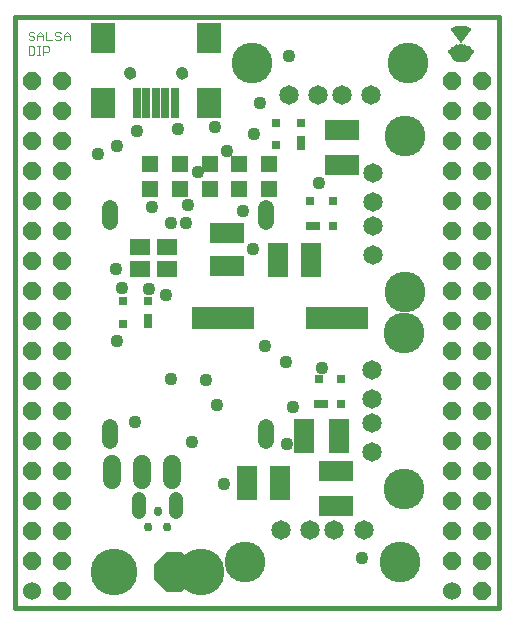
<source format=gts>
G75*
%MOIN*%
%OFA0B0*%
%FSLAX24Y24*%
%IPPOS*%
%LPD*%
%AMOC8*
5,1,8,0,0,1.08239X$1,22.5*
%
%ADD10C,0.0160*%
%ADD11C,0.0040*%
%ADD12C,0.0600*%
%ADD13OC8,0.0600*%
%ADD14R,0.0312X0.0004*%
%ADD15R,0.0344X0.0004*%
%ADD16R,0.0368X0.0004*%
%ADD17R,0.0392X0.0004*%
%ADD18R,0.0408X0.0004*%
%ADD19R,0.0424X0.0004*%
%ADD20R,0.0432X0.0004*%
%ADD21R,0.0448X0.0004*%
%ADD22R,0.0456X0.0004*%
%ADD23R,0.0472X0.0004*%
%ADD24R,0.0480X0.0004*%
%ADD25R,0.0488X0.0004*%
%ADD26R,0.0496X0.0004*%
%ADD27R,0.0504X0.0004*%
%ADD28R,0.0512X0.0004*%
%ADD29R,0.0520X0.0004*%
%ADD30R,0.0528X0.0004*%
%ADD31R,0.0536X0.0004*%
%ADD32R,0.0536X0.0004*%
%ADD33R,0.0544X0.0004*%
%ADD34R,0.0552X0.0004*%
%ADD35R,0.0560X0.0004*%
%ADD36R,0.0560X0.0004*%
%ADD37R,0.0568X0.0004*%
%ADD38R,0.0576X0.0004*%
%ADD39R,0.0584X0.0004*%
%ADD40R,0.0592X0.0004*%
%ADD41R,0.0592X0.0004*%
%ADD42R,0.0600X0.0004*%
%ADD43R,0.0608X0.0004*%
%ADD44R,0.0608X0.0004*%
%ADD45R,0.0616X0.0004*%
%ADD46R,0.0624X0.0004*%
%ADD47R,0.0632X0.0004*%
%ADD48R,0.0632X0.0004*%
%ADD49R,0.0640X0.0004*%
%ADD50R,0.0648X0.0004*%
%ADD51R,0.0648X0.0004*%
%ADD52R,0.0656X0.0004*%
%ADD53R,0.0664X0.0004*%
%ADD54R,0.0664X0.0004*%
%ADD55R,0.0672X0.0004*%
%ADD56R,0.0680X0.0004*%
%ADD57R,0.0680X0.0004*%
%ADD58R,0.0688X0.0004*%
%ADD59R,0.0696X0.0004*%
%ADD60R,0.0700X0.0004*%
%ADD61R,0.0708X0.0004*%
%ADD62R,0.0716X0.0004*%
%ADD63R,0.0720X0.0004*%
%ADD64R,0.0720X0.0004*%
%ADD65R,0.0724X0.0004*%
%ADD66R,0.0808X0.0004*%
%ADD67R,0.0824X0.0004*%
%ADD68R,0.0832X0.0004*%
%ADD69R,0.0840X0.0004*%
%ADD70R,0.0848X0.0004*%
%ADD71R,0.0856X0.0004*%
%ADD72R,0.0860X0.0004*%
%ADD73R,0.0864X0.0004*%
%ADD74R,0.0864X0.0004*%
%ADD75R,0.0868X0.0004*%
%ADD76R,0.0872X0.0004*%
%ADD77R,0.0872X0.0004*%
%ADD78R,0.0860X0.0004*%
%ADD79R,0.0832X0.0004*%
%ADD80R,0.0824X0.0004*%
%ADD81R,0.0708X0.0004*%
%ADD82R,0.0712X0.0004*%
%ADD83R,0.0712X0.0004*%
%ADD84R,0.0700X0.0004*%
%ADD85R,0.0696X0.0004*%
%ADD86R,0.0692X0.0004*%
%ADD87R,0.0668X0.0004*%
%ADD88R,0.0660X0.0004*%
%ADD89R,0.0452X0.0004*%
%ADD90R,0.0188X0.0004*%
%ADD91R,0.0448X0.0004*%
%ADD92R,0.0440X0.0004*%
%ADD93R,0.0184X0.0004*%
%ADD94R,0.0432X0.0004*%
%ADD95R,0.0184X0.0004*%
%ADD96R,0.0424X0.0004*%
%ADD97R,0.0412X0.0004*%
%ADD98R,0.0128X0.0004*%
%ADD99R,0.0044X0.0004*%
%ADD100R,0.0400X0.0004*%
%ADD101R,0.0008X0.0004*%
%ADD102R,0.0388X0.0004*%
%ADD103R,0.0132X0.0004*%
%ADD104R,0.0360X0.0004*%
%ADD105R,0.0136X0.0004*%
%ADD106R,0.0340X0.0004*%
%ADD107R,0.0140X0.0004*%
%ADD108R,0.0328X0.0004*%
%ADD109R,0.0144X0.0004*%
%ADD110R,0.0324X0.0004*%
%ADD111R,0.0148X0.0004*%
%ADD112R,0.0320X0.0004*%
%ADD113R,0.0156X0.0004*%
%ADD114R,0.0316X0.0004*%
%ADD115R,0.0176X0.0004*%
%ADD116R,0.0080X0.0004*%
%ADD117R,0.0052X0.0004*%
%ADD118R,0.0380X0.0004*%
%ADD119R,0.0372X0.0004*%
%ADD120R,0.0356X0.0004*%
%ADD121R,0.0004X0.0004*%
%ADD122R,0.0308X0.0004*%
%ADD123R,0.0060X0.0004*%
%ADD124R,0.0240X0.0004*%
%ADD125R,0.0232X0.0004*%
%ADD126R,0.0044X0.0004*%
%ADD127R,0.0164X0.0004*%
%ADD128R,0.0056X0.0004*%
%ADD129R,0.0036X0.0004*%
%ADD130R,0.0156X0.0004*%
%ADD131R,0.0048X0.0004*%
%ADD132R,0.0024X0.0004*%
%ADD133R,0.0036X0.0004*%
%ADD134R,0.0016X0.0004*%
%ADD135R,0.0028X0.0004*%
%ADD136R,0.0012X0.0004*%
%ADD137R,0.0124X0.0004*%
%ADD138R,0.0108X0.0004*%
%ADD139R,0.0008X0.0004*%
%ADD140R,0.0092X0.0004*%
%ADD141R,0.0068X0.0004*%
%ADD142R,0.0008X0.0004*%
%ADD143R,0.0016X0.0004*%
%ADD144R,0.0024X0.0004*%
%ADD145R,0.0032X0.0004*%
%ADD146R,0.0032X0.0004*%
%ADD147R,0.0040X0.0004*%
%ADD148R,0.0056X0.0004*%
%ADD149R,0.0064X0.0004*%
%ADD150R,0.0072X0.0004*%
%ADD151R,0.0088X0.0004*%
%ADD152R,0.0096X0.0004*%
%ADD153R,0.0104X0.0004*%
%ADD154R,0.0112X0.0004*%
%ADD155R,0.0120X0.0004*%
%ADD156R,0.0124X0.0004*%
%ADD157R,0.0128X0.0004*%
%ADD158R,0.0144X0.0004*%
%ADD159R,0.0152X0.0004*%
%ADD160R,0.0152X0.0004*%
%ADD161R,0.0160X0.0004*%
%ADD162R,0.0168X0.0004*%
%ADD163R,0.0176X0.0004*%
%ADD164R,0.0184X0.0004*%
%ADD165R,0.0192X0.0004*%
%ADD166R,0.0200X0.0004*%
%ADD167R,0.0208X0.0004*%
%ADD168R,0.0216X0.0004*%
%ADD169R,0.0216X0.0004*%
%ADD170R,0.0224X0.0004*%
%ADD171R,0.0232X0.0004*%
%ADD172R,0.0240X0.0004*%
%ADD173R,0.0248X0.0004*%
%ADD174R,0.0256X0.0004*%
%ADD175R,0.0264X0.0004*%
%ADD176R,0.0272X0.0004*%
%ADD177R,0.0280X0.0004*%
%ADD178R,0.0288X0.0004*%
%ADD179R,0.0296X0.0004*%
%ADD180R,0.0304X0.0004*%
%ADD181R,0.0320X0.0004*%
%ADD182R,0.0328X0.0004*%
%ADD183R,0.0336X0.0004*%
%ADD184R,0.0336X0.0004*%
%ADD185R,0.0200X0.0004*%
%ADD186R,0.0128X0.0004*%
%ADD187R,0.0204X0.0004*%
%ADD188R,0.0216X0.0004*%
%ADD189R,0.0228X0.0004*%
%ADD190R,0.0416X0.0004*%
%ADD191R,0.0424X0.0004*%
%ADD192R,0.0428X0.0004*%
%ADD193R,0.0304X0.0004*%
%ADD194R,0.0180X0.0004*%
%ADD195R,0.0112X0.0004*%
%ADD196R,0.0176X0.0004*%
%ADD197R,0.0112X0.0004*%
%ADD198R,0.0132X0.0004*%
%ADD199R,0.0116X0.0004*%
%ADD200R,0.0332X0.0004*%
%ADD201R,0.0336X0.0004*%
%ADD202R,0.0480X0.0004*%
%ADD203R,0.0496X0.0004*%
%ADD204R,0.0512X0.0004*%
%ADD205R,0.0544X0.0004*%
%ADD206R,0.0208X0.0004*%
%ADD207R,0.0356X0.0004*%
%ADD208R,0.0208X0.0004*%
%ADD209R,0.0364X0.0004*%
%ADD210R,0.0212X0.0004*%
%ADD211R,0.0368X0.0004*%
%ADD212R,0.0220X0.0004*%
%ADD213R,0.0600X0.0004*%
%ADD214R,0.0356X0.0004*%
%ADD215R,0.0228X0.0004*%
%ADD216R,0.0236X0.0004*%
%ADD217R,0.0360X0.0004*%
%ADD218R,0.0368X0.0004*%
%ADD219R,0.0244X0.0004*%
%ADD220R,0.0252X0.0004*%
%ADD221R,0.0376X0.0004*%
%ADD222R,0.0672X0.0004*%
%ADD223R,0.0624X0.0004*%
%ADD224R,0.0596X0.0004*%
%ADD225R,0.0552X0.0004*%
%ADD226R,0.0456X0.0004*%
%ADD227R,0.0384X0.0004*%
%ADD228R,0.0352X0.0004*%
%ADD229R,0.0188X0.0004*%
%ADD230R,0.0108X0.0004*%
%ADD231C,0.0651*%
%ADD232C,0.1360*%
%ADD233R,0.0257X0.1044*%
%ADD234R,0.0847X0.1044*%
%ADD235C,0.0000*%
%ADD236C,0.0414*%
%ADD237OC8,0.1310*%
%ADD238C,0.0532*%
%ADD239C,0.0600*%
%ADD240R,0.0651X0.1123*%
%ADD241R,0.1123X0.0651*%
%ADD242R,0.0690X0.1123*%
%ADD243R,0.1123X0.0690*%
%ADD244R,0.0651X0.0572*%
%ADD245R,0.0532X0.0532*%
%ADD246R,0.0454X0.0296*%
%ADD247R,0.0296X0.0296*%
%ADD248R,0.0296X0.0454*%
%ADD249R,0.2060X0.0760*%
%ADD250C,0.1560*%
%ADD251C,0.0476*%
%ADD252C,0.0296*%
%ADD253C,0.0436*%
D10*
X001046Y002668D02*
X017188Y002668D01*
X017188Y022353D01*
X001046Y022353D01*
X001046Y002668D01*
D11*
X001510Y021098D02*
X001650Y021098D01*
X001697Y021145D01*
X001697Y021332D01*
X001650Y021379D01*
X001510Y021379D01*
X001510Y021098D01*
X001805Y021098D02*
X001898Y021098D01*
X001852Y021098D02*
X001852Y021379D01*
X001898Y021379D02*
X001805Y021379D01*
X002001Y021379D02*
X002001Y021098D01*
X002001Y021192D02*
X002142Y021192D01*
X002188Y021239D01*
X002188Y021332D01*
X002142Y021379D01*
X002001Y021379D01*
X001992Y021578D02*
X001992Y021765D01*
X001898Y021859D01*
X001805Y021765D01*
X001805Y021578D01*
X001697Y021625D02*
X001650Y021578D01*
X001557Y021578D01*
X001510Y021625D01*
X001557Y021719D02*
X001510Y021765D01*
X001510Y021812D01*
X001557Y021859D01*
X001650Y021859D01*
X001697Y021812D01*
X001650Y021719D02*
X001697Y021672D01*
X001697Y021625D01*
X001650Y021719D02*
X001557Y021719D01*
X001805Y021719D02*
X001992Y021719D01*
X002100Y021859D02*
X002100Y021578D01*
X002286Y021578D01*
X002394Y021625D02*
X002441Y021578D01*
X002534Y021578D01*
X002581Y021625D01*
X002581Y021672D01*
X002534Y021719D01*
X002441Y021719D01*
X002394Y021765D01*
X002394Y021812D01*
X002441Y021859D01*
X002534Y021859D01*
X002581Y021812D01*
X002689Y021765D02*
X002689Y021578D01*
X002689Y021719D02*
X002876Y021719D01*
X002876Y021765D02*
X002876Y021578D01*
X002876Y021765D02*
X002782Y021859D01*
X002689Y021765D01*
D12*
X001617Y003223D03*
X015617Y003223D03*
D13*
X015617Y004223D03*
X015617Y005223D03*
X015617Y006223D03*
X015617Y007223D03*
X015617Y008223D03*
X015617Y009223D03*
X015617Y010223D03*
X015617Y011223D03*
X015617Y012223D03*
X015617Y013223D03*
X015617Y014223D03*
X015617Y015223D03*
X015617Y016223D03*
X015617Y017223D03*
X015617Y018223D03*
X015617Y019223D03*
X015617Y020223D03*
X016617Y020223D03*
X016617Y019223D03*
X016617Y018223D03*
X016617Y017223D03*
X016617Y016223D03*
X016617Y015223D03*
X016617Y014223D03*
X016617Y013223D03*
X016617Y012223D03*
X016617Y011223D03*
X016617Y010223D03*
X016617Y009223D03*
X016617Y008223D03*
X016617Y007223D03*
X016617Y006223D03*
X016617Y005223D03*
X016617Y004223D03*
X016617Y003223D03*
X002617Y003223D03*
X002617Y004223D03*
X002617Y005223D03*
X002617Y006223D03*
X002617Y007223D03*
X002617Y008223D03*
X002617Y009223D03*
X002617Y010223D03*
X002617Y011223D03*
X002617Y012223D03*
X002617Y013223D03*
X002617Y014223D03*
X002617Y015223D03*
X002617Y016223D03*
X002617Y017223D03*
X002617Y018223D03*
X002617Y019223D03*
X002617Y020223D03*
X001617Y020223D03*
X001617Y019223D03*
X001617Y018223D03*
X001617Y017223D03*
X001617Y016223D03*
X001617Y015223D03*
X001617Y014223D03*
X001617Y013223D03*
X001617Y012223D03*
X001617Y011223D03*
X001617Y010223D03*
X001617Y009223D03*
X001617Y008223D03*
X001617Y007223D03*
X001617Y006223D03*
X001617Y005223D03*
X001617Y004223D03*
D14*
X015926Y020870D03*
X015930Y021382D03*
X015926Y021682D03*
X015926Y021686D03*
D15*
X015926Y020874D03*
D16*
X015926Y020878D03*
D17*
X015926Y020882D03*
X015902Y021366D03*
D18*
X015926Y021746D03*
X015926Y021750D03*
X015926Y022006D03*
X015926Y020886D03*
D19*
X015926Y020890D03*
D20*
X015926Y020894D03*
X015926Y021766D03*
X015926Y022002D03*
D21*
X015926Y020898D03*
D22*
X015926Y020902D03*
D23*
X015926Y020906D03*
D24*
X015926Y020910D03*
X015926Y021994D03*
D25*
X015926Y021802D03*
X015926Y020914D03*
D26*
X015926Y020918D03*
D27*
X015926Y020922D03*
X015926Y021814D03*
D28*
X015926Y021986D03*
X015926Y020926D03*
D29*
X015926Y020930D03*
X015926Y021822D03*
X015926Y021826D03*
D30*
X015926Y021830D03*
X015926Y020934D03*
D31*
X015926Y020938D03*
D32*
X015926Y020942D03*
X015926Y021834D03*
X015926Y021982D03*
D33*
X015926Y021842D03*
X015926Y020946D03*
D34*
X015926Y020950D03*
X015926Y021846D03*
D35*
X015926Y021850D03*
X015926Y020954D03*
D36*
X015926Y020958D03*
D37*
X015926Y020962D03*
X015926Y021854D03*
X015926Y021974D03*
D38*
X015926Y020970D03*
X015926Y020966D03*
D39*
X015926Y020974D03*
X015926Y021970D03*
D40*
X015926Y020978D03*
D41*
X015926Y020982D03*
D42*
X015926Y020986D03*
X015926Y020990D03*
D43*
X015926Y020994D03*
X015926Y021962D03*
D44*
X015926Y020998D03*
D45*
X015926Y021002D03*
X015926Y021006D03*
D46*
X015926Y021010D03*
X015926Y021014D03*
D47*
X015926Y021018D03*
D48*
X015926Y021022D03*
X015926Y021954D03*
D49*
X015926Y021030D03*
X015926Y021026D03*
D50*
X015926Y021034D03*
X015926Y021042D03*
X015926Y021950D03*
D51*
X015926Y021038D03*
D52*
X015926Y021046D03*
X015926Y021050D03*
X015926Y021914D03*
X015926Y021946D03*
D53*
X015926Y021942D03*
X015926Y021922D03*
X015926Y021054D03*
D54*
X015926Y021058D03*
X015926Y021918D03*
D55*
X015926Y021926D03*
X015930Y021294D03*
X015926Y021070D03*
X015926Y021066D03*
X015926Y021062D03*
D56*
X015926Y021074D03*
X015926Y021290D03*
X015926Y021930D03*
X015926Y021934D03*
D57*
X015926Y021078D03*
D58*
X015926Y021082D03*
X015926Y021086D03*
X015926Y021286D03*
D59*
X015926Y021094D03*
X015926Y021090D03*
D60*
X015928Y021098D03*
D61*
X015928Y021102D03*
X015928Y021106D03*
D62*
X015928Y021110D03*
X015928Y021114D03*
D63*
X015926Y021118D03*
D64*
X015926Y021122D03*
D65*
X015924Y021126D03*
D66*
X015926Y021130D03*
X015926Y021222D03*
D67*
X015926Y021134D03*
D68*
X015926Y021138D03*
D69*
X015926Y021142D03*
X015926Y021210D03*
D70*
X015926Y021206D03*
X015926Y021146D03*
D71*
X015926Y021150D03*
X015926Y021202D03*
D72*
X015924Y021154D03*
D73*
X015926Y021158D03*
D74*
X015926Y021162D03*
X015926Y021190D03*
X015926Y021194D03*
D75*
X015924Y021186D03*
X015924Y021170D03*
X015924Y021166D03*
D76*
X015926Y021174D03*
X015926Y021182D03*
D77*
X015926Y021178D03*
D78*
X015924Y021198D03*
D79*
X015926Y021214D03*
D80*
X015926Y021218D03*
D81*
X015916Y021254D03*
X015920Y021266D03*
D82*
X015918Y021258D03*
D83*
X015918Y021262D03*
D84*
X015920Y021270D03*
X015920Y021274D03*
D85*
X015922Y021278D03*
D86*
X015924Y021282D03*
D87*
X015932Y021298D03*
D88*
X015932Y021302D03*
X015932Y021306D03*
D89*
X016032Y021310D03*
D90*
X015700Y021326D03*
X015696Y021314D03*
X015696Y021310D03*
D91*
X016034Y021314D03*
D92*
X016034Y021318D03*
D93*
X015698Y021318D03*
D94*
X016034Y021322D03*
D95*
X015698Y021322D03*
D96*
X016038Y021326D03*
D97*
X016040Y021330D03*
D98*
X015818Y021706D03*
X015814Y021710D03*
X015738Y021334D03*
X015734Y021330D03*
D99*
X015628Y021330D03*
D100*
X015926Y021742D03*
X016042Y021334D03*
D101*
X015926Y021482D03*
X015610Y021334D03*
D102*
X016044Y021338D03*
D103*
X015744Y021338D03*
X016088Y021778D03*
D104*
X016038Y021866D03*
X016054Y021342D03*
D105*
X015926Y021410D03*
X015926Y021566D03*
X015806Y021726D03*
X015746Y021342D03*
D106*
X016060Y021346D03*
D107*
X015804Y021730D03*
X015752Y021346D03*
D108*
X016058Y021350D03*
X015994Y021786D03*
D109*
X015758Y021350D03*
D110*
X016056Y021354D03*
D111*
X015928Y021406D03*
X015764Y021354D03*
D112*
X016050Y021358D03*
X015926Y022018D03*
D113*
X015808Y021738D03*
X015772Y021358D03*
D114*
X016044Y021362D03*
D115*
X015790Y021362D03*
D116*
X015926Y021526D03*
X015926Y021530D03*
X016154Y021366D03*
D117*
X016152Y021370D03*
X016052Y021394D03*
D118*
X015904Y021370D03*
D119*
X015908Y021374D03*
D120*
X015912Y021378D03*
X016032Y021858D03*
D121*
X015760Y021382D03*
D122*
X015932Y021386D03*
D123*
X016052Y021390D03*
D124*
X015898Y021390D03*
X015926Y021634D03*
X016126Y021902D03*
X015926Y022026D03*
D125*
X016114Y021882D03*
X016118Y021886D03*
X015898Y021394D03*
D126*
X016056Y021398D03*
D127*
X015928Y021398D03*
D128*
X015814Y021398D03*
D129*
X016056Y021402D03*
D130*
X015928Y021402D03*
D131*
X015926Y021506D03*
X015810Y021402D03*
D132*
X016058Y021406D03*
D133*
X015928Y021430D03*
X015808Y021406D03*
D134*
X015802Y021414D03*
X016058Y021410D03*
D135*
X015804Y021410D03*
D136*
X016060Y021414D03*
D137*
X015928Y021414D03*
X016084Y021770D03*
X015752Y021794D03*
D138*
X015928Y021418D03*
D139*
X015798Y021418D03*
D140*
X015928Y021422D03*
D141*
X015928Y021426D03*
D142*
X015926Y021478D03*
D143*
X015926Y021486D03*
D144*
X015926Y021490D03*
D145*
X015926Y021494D03*
D146*
X015926Y021498D03*
D147*
X015926Y021502D03*
D148*
X015926Y021510D03*
X015926Y021514D03*
D149*
X015926Y021518D03*
D150*
X015926Y021522D03*
D151*
X015926Y021534D03*
D152*
X015926Y021538D03*
D153*
X015926Y021542D03*
X015926Y021546D03*
D154*
X015926Y021550D03*
D155*
X015926Y021554D03*
X015750Y021790D03*
D156*
X015928Y021558D03*
D157*
X015926Y021562D03*
X015810Y021714D03*
X015806Y021722D03*
X016086Y021774D03*
D158*
X015926Y021570D03*
X015806Y021734D03*
D159*
X015926Y021574D03*
D160*
X015926Y021578D03*
D161*
X015926Y021582D03*
D162*
X015926Y021586D03*
X015926Y021590D03*
D163*
X015926Y021594D03*
D164*
X015926Y021598D03*
D165*
X015926Y021602D03*
X015926Y021606D03*
D166*
X015926Y021610D03*
X015998Y021706D03*
X016002Y021710D03*
X016006Y021714D03*
D167*
X016010Y021726D03*
X015926Y021614D03*
D168*
X015926Y021618D03*
D169*
X015926Y021622D03*
D170*
X015926Y021626D03*
D171*
X015926Y021630D03*
X016122Y021894D03*
D172*
X015926Y021638D03*
D173*
X015926Y021642D03*
D174*
X015926Y021646D03*
D175*
X015926Y021650D03*
X015926Y021654D03*
D176*
X015926Y021658D03*
D177*
X015926Y021662D03*
X015926Y022022D03*
D178*
X015926Y021670D03*
X015926Y021666D03*
D179*
X015926Y021674D03*
D180*
X015926Y021678D03*
D181*
X015926Y021690D03*
D182*
X015926Y021694D03*
D183*
X015926Y021698D03*
D184*
X015926Y021702D03*
D185*
X016006Y021718D03*
D186*
X015810Y021718D03*
D187*
X015740Y021862D03*
X016008Y021722D03*
D188*
X016010Y021730D03*
X016010Y021734D03*
D189*
X016008Y021738D03*
D190*
X015926Y021754D03*
D191*
X015926Y021758D03*
D192*
X015924Y021762D03*
D193*
X015858Y021770D03*
D194*
X015916Y021774D03*
X015920Y021782D03*
D195*
X015758Y021774D03*
X015754Y021782D03*
D196*
X015918Y021778D03*
D197*
X015754Y021778D03*
D198*
X016088Y021782D03*
D199*
X015752Y021786D03*
D200*
X015996Y021790D03*
D201*
X015994Y021794D03*
D202*
X015926Y021798D03*
D203*
X015926Y021806D03*
X015926Y021810D03*
X015926Y021990D03*
D204*
X015926Y021818D03*
D205*
X015926Y021838D03*
D206*
X015746Y021858D03*
D207*
X015796Y021886D03*
X015796Y021890D03*
X016036Y021862D03*
D208*
X015738Y021866D03*
D209*
X016040Y021870D03*
D210*
X015736Y021870D03*
D211*
X016038Y021874D03*
D212*
X015740Y021874D03*
D213*
X015926Y021878D03*
D214*
X015800Y021882D03*
X015792Y021894D03*
D215*
X016120Y021890D03*
D216*
X016124Y021898D03*
D217*
X015790Y021898D03*
D218*
X015790Y021902D03*
X015790Y021906D03*
D219*
X016124Y021906D03*
D220*
X016124Y021910D03*
D221*
X015790Y021910D03*
D222*
X015926Y021938D03*
D223*
X015926Y021958D03*
D224*
X015924Y021966D03*
D225*
X015926Y021978D03*
D226*
X015926Y021998D03*
D227*
X015926Y022010D03*
D228*
X015926Y022014D03*
D229*
X015928Y022030D03*
D230*
X015924Y022034D03*
D231*
X012938Y019747D03*
X011954Y019747D03*
X011166Y019747D03*
X010182Y019747D03*
X012992Y017168D03*
X012992Y016184D03*
X012992Y015396D03*
X012992Y014412D03*
X012967Y010605D03*
X012967Y009621D03*
X012967Y008834D03*
X012967Y007849D03*
X012676Y005254D03*
X011692Y005254D03*
X010905Y005254D03*
X009920Y005254D03*
D232*
X008712Y004187D03*
X013885Y004187D03*
X014034Y006641D03*
X014034Y011814D03*
X014059Y013204D03*
X014059Y018377D03*
X014147Y020814D03*
X008974Y020814D03*
D233*
X006381Y019499D03*
X006066Y019499D03*
X005751Y019499D03*
X005436Y019499D03*
X005121Y019499D03*
D234*
X003979Y019499D03*
X003979Y021664D03*
X007522Y021664D03*
X007522Y019499D03*
D235*
X006440Y020483D02*
X006442Y020509D01*
X006448Y020535D01*
X006458Y020560D01*
X006471Y020583D01*
X006487Y020603D01*
X006507Y020621D01*
X006529Y020636D01*
X006552Y020648D01*
X006578Y020656D01*
X006604Y020660D01*
X006630Y020660D01*
X006656Y020656D01*
X006682Y020648D01*
X006706Y020636D01*
X006727Y020621D01*
X006747Y020603D01*
X006763Y020583D01*
X006776Y020560D01*
X006786Y020535D01*
X006792Y020509D01*
X006794Y020483D01*
X006792Y020457D01*
X006786Y020431D01*
X006776Y020406D01*
X006763Y020383D01*
X006747Y020363D01*
X006727Y020345D01*
X006705Y020330D01*
X006682Y020318D01*
X006656Y020310D01*
X006630Y020306D01*
X006604Y020306D01*
X006578Y020310D01*
X006552Y020318D01*
X006528Y020330D01*
X006507Y020345D01*
X006487Y020363D01*
X006471Y020383D01*
X006458Y020406D01*
X006448Y020431D01*
X006442Y020457D01*
X006440Y020483D01*
X004708Y020483D02*
X004710Y020509D01*
X004716Y020535D01*
X004726Y020560D01*
X004739Y020583D01*
X004755Y020603D01*
X004775Y020621D01*
X004797Y020636D01*
X004820Y020648D01*
X004846Y020656D01*
X004872Y020660D01*
X004898Y020660D01*
X004924Y020656D01*
X004950Y020648D01*
X004974Y020636D01*
X004995Y020621D01*
X005015Y020603D01*
X005031Y020583D01*
X005044Y020560D01*
X005054Y020535D01*
X005060Y020509D01*
X005062Y020483D01*
X005060Y020457D01*
X005054Y020431D01*
X005044Y020406D01*
X005031Y020383D01*
X005015Y020363D01*
X004995Y020345D01*
X004973Y020330D01*
X004950Y020318D01*
X004924Y020310D01*
X004898Y020306D01*
X004872Y020306D01*
X004846Y020310D01*
X004820Y020318D01*
X004796Y020330D01*
X004775Y020345D01*
X004755Y020363D01*
X004739Y020383D01*
X004726Y020406D01*
X004716Y020431D01*
X004710Y020457D01*
X004708Y020483D01*
X005692Y005876D02*
X005694Y005897D01*
X005700Y005917D01*
X005709Y005937D01*
X005721Y005954D01*
X005736Y005968D01*
X005754Y005980D01*
X005774Y005988D01*
X005794Y005993D01*
X005815Y005994D01*
X005836Y005991D01*
X005856Y005985D01*
X005875Y005974D01*
X005892Y005961D01*
X005905Y005945D01*
X005916Y005927D01*
X005924Y005907D01*
X005928Y005887D01*
X005928Y005865D01*
X005924Y005845D01*
X005916Y005825D01*
X005905Y005807D01*
X005892Y005791D01*
X005875Y005778D01*
X005856Y005767D01*
X005836Y005761D01*
X005815Y005758D01*
X005794Y005759D01*
X005774Y005764D01*
X005754Y005772D01*
X005736Y005784D01*
X005721Y005798D01*
X005709Y005815D01*
X005700Y005835D01*
X005694Y005855D01*
X005692Y005876D01*
X005372Y005366D02*
X005374Y005387D01*
X005380Y005407D01*
X005389Y005427D01*
X005401Y005444D01*
X005416Y005458D01*
X005434Y005470D01*
X005454Y005478D01*
X005474Y005483D01*
X005495Y005484D01*
X005516Y005481D01*
X005536Y005475D01*
X005555Y005464D01*
X005572Y005451D01*
X005585Y005435D01*
X005596Y005417D01*
X005604Y005397D01*
X005608Y005377D01*
X005608Y005355D01*
X005604Y005335D01*
X005596Y005315D01*
X005585Y005297D01*
X005572Y005281D01*
X005555Y005268D01*
X005536Y005257D01*
X005516Y005251D01*
X005495Y005248D01*
X005474Y005249D01*
X005454Y005254D01*
X005434Y005262D01*
X005416Y005274D01*
X005401Y005288D01*
X005389Y005305D01*
X005380Y005325D01*
X005374Y005345D01*
X005372Y005366D01*
X006002Y005366D02*
X006004Y005387D01*
X006010Y005407D01*
X006019Y005427D01*
X006031Y005444D01*
X006046Y005458D01*
X006064Y005470D01*
X006084Y005478D01*
X006104Y005483D01*
X006125Y005484D01*
X006146Y005481D01*
X006166Y005475D01*
X006185Y005464D01*
X006202Y005451D01*
X006215Y005435D01*
X006226Y005417D01*
X006234Y005397D01*
X006238Y005377D01*
X006238Y005355D01*
X006234Y005335D01*
X006226Y005315D01*
X006215Y005297D01*
X006202Y005281D01*
X006185Y005268D01*
X006166Y005257D01*
X006146Y005251D01*
X006125Y005248D01*
X006104Y005249D01*
X006084Y005254D01*
X006064Y005262D01*
X006046Y005274D01*
X006031Y005288D01*
X006019Y005305D01*
X006010Y005325D01*
X006004Y005345D01*
X006002Y005366D01*
D236*
X006617Y020483D03*
X004885Y020483D03*
D237*
X004392Y003849D03*
X006361Y003849D03*
D238*
X004226Y008211D02*
X004226Y008684D01*
X009426Y008684D02*
X009426Y008211D01*
X009426Y015511D02*
X009426Y015984D01*
X004226Y015984D02*
X004226Y015511D01*
D239*
X004298Y007466D02*
X004298Y006926D01*
X005298Y006926D02*
X005298Y007466D01*
X006298Y007466D02*
X006298Y006926D01*
D240*
X010691Y008377D03*
X011853Y008377D03*
D241*
X011754Y007235D03*
X011754Y006074D03*
X011951Y017432D03*
X011951Y018593D03*
D242*
X010928Y014243D03*
X009825Y014243D03*
X009904Y006841D03*
X008802Y006841D03*
D243*
X008132Y014046D03*
X008132Y015148D03*
D244*
X006125Y014696D03*
X006125Y013948D03*
X005219Y013948D03*
X005219Y014696D03*
D245*
X005573Y016625D03*
X005573Y017452D03*
X006558Y017452D03*
X006558Y016625D03*
X007542Y016625D03*
X007542Y017452D03*
X008526Y017452D03*
X008526Y016625D03*
X009510Y016625D03*
X009510Y017452D03*
D246*
X010987Y015404D03*
X011262Y009459D03*
D247*
X011932Y009459D03*
X011932Y010286D03*
X011184Y010286D03*
X011656Y015404D03*
X011656Y016231D03*
X010908Y016231D03*
X009766Y018082D03*
X009766Y018830D03*
X010593Y018830D03*
X005475Y012885D03*
X004648Y012885D03*
X004648Y012137D03*
D248*
X005475Y012215D03*
X010593Y018160D03*
D249*
X011804Y012314D03*
X008004Y012314D03*
D250*
X007247Y003845D03*
X004373Y003845D03*
D251*
X005180Y005873D02*
X005180Y006288D01*
X006440Y006288D02*
X006440Y005873D01*
D252*
X006120Y005366D03*
X005810Y005876D03*
X005490Y005366D03*
D253*
X006951Y008180D03*
X007778Y009440D03*
X007424Y010267D03*
X006243Y010306D03*
X005062Y008849D03*
X004471Y011566D03*
X004628Y013337D03*
X004432Y013967D03*
X005534Y013298D03*
X006085Y013101D03*
X006243Y015503D03*
X006754Y015503D03*
X006833Y016093D03*
X007148Y017196D03*
X008132Y017904D03*
X007739Y018692D03*
X006479Y018613D03*
X005140Y018574D03*
X004471Y018062D03*
X003841Y017786D03*
X005613Y016015D03*
X008644Y015896D03*
X008999Y014637D03*
X011203Y016841D03*
X009235Y019479D03*
X009038Y018456D03*
X010180Y021054D03*
X009392Y011408D03*
X010085Y010857D03*
X011282Y010660D03*
X010337Y009361D03*
X010140Y008141D03*
X008014Y006802D03*
X012621Y004322D03*
M02*

</source>
